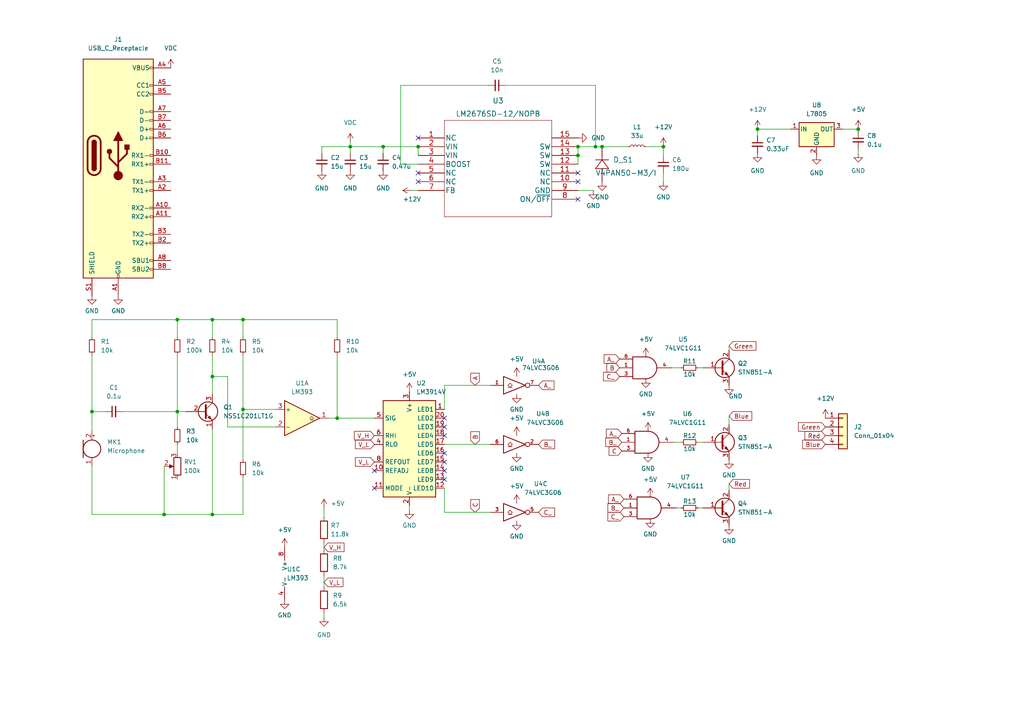
<source format=kicad_sch>
(kicad_sch (version 20211123) (generator eeschema)
  (paper "A4")
  (lib_symbols
    (symbol "74xGxx:74LVC1G11" (pin_names (offset 1.016))
      (property "Reference" "U" (at -2.54 5.08 0))
      (property "Value" "74LVC1G11" (at 0 -5.08 0))
      (symbol "74LVC1G11_0_1"
        (arc (start 0 -3.175) (mid 3.175 0) (end 0 3.175) (stroke (width 0.254)))
        (polyline (pts (xy 0 -3.175) (xy -3.81 -3.175) (xy -3.81 3.175) (xy 0 3.175)) (stroke (width 0.254)))
      )
      (symbol "74LVC1G11_1_1"
        (pin input line (at -7.62 0 0) (length 3.81) (name "~") (number "1"))
        (pin power_in line (at 0 -3.175 270) (length 0) hide (name "GND") (number "2"))
        (pin input line (at -7.62 -2.54 0) (length 3.81) (name "~") (number "3"))
        (pin output line (at 7.62 0 180) (length 4.445) (name "~") (number "4"))
        (pin power_in line (at 0 3.175 90) (length 0) hide (name "VCC") (number "5"))
        (pin input line (at -7.62 2.54 0) (length 3.81) (name "~") (number "6"))
      )
    )
    (symbol "74xGxx:74LVC3G06" (pin_names (offset 1.016))
      (property "Reference" "U" (at -2.54 3.81 0))
      (property "Value" "74LVC3G06" (at 0 -3.81 0))
      (symbol "74LVC3G06_0_1"
        (polyline (pts (xy -2.54 -0.635) (xy -1.27 -0.635)))
        (polyline (pts (xy -3.81 2.54) (xy -3.81 -2.54) (xy 2.54 0) (xy -3.81 2.54)) (stroke (width 0.254)))
        (polyline (pts (xy -1.905 0.635) (xy -2.54 0) (xy -1.905 -0.635) (xy -1.27 0) (xy -1.905 0.635)))
        (pin power_in line (at 0 -2.54 270) (length 0) hide (name "GND") (number "4"))
        (pin power_in line (at 0 2.54 90) (length 0) hide (name "VCC") (number "8"))
      )
      (symbol "74LVC3G06_1_1"
        (pin input line (at -7.62 0 0) (length 3.81) (name "~") (number "1"))
        (pin open_collector inverted (at 6.35 0 180) (length 3.81) (name "~") (number "7"))
      )
      (symbol "74LVC3G06_2_1"
        (pin open_collector inverted (at 6.35 0 180) (length 3.81) (name "~") (number "2"))
        (pin input line (at -7.62 0 0) (length 3.81) (name "~") (number "6"))
      )
      (symbol "74LVC3G06_3_1"
        (pin input line (at -7.62 0 0) (length 3.81) (name "~") (number "3"))
        (pin open_collector inverted (at 6.35 0 180) (length 3.81) (name "~") (number "5"))
      )
    )
    (symbol "Comparator:LM393" (pin_names (offset 0.127))
      (property "Reference" "U" (at 3.81 3.81 0))
      (property "Value" "LM393" (at 6.35 -3.81 0))
      (symbol "LM393_1_1"
        (polyline (pts (xy -5.08 5.08) (xy 5.08 0) (xy -5.08 -5.08) (xy -5.08 5.08)) (stroke (width 0.254)) (fill (type background)))
        (polyline (pts (xy 3.302 -0.508) (xy 2.794 -0.508) (xy 3.302 0) (xy 2.794 0.508) (xy 2.286 0) (xy 2.794 -0.508) (xy 2.286 -0.508)) (stroke (width 0.127)))
        (pin open_collector line (at 7.62 0 180) (length 2.54) (name "~") (number "1"))
        (pin input line (at -7.62 -2.54 0) (length 2.54) (name "-") (number "2"))
        (pin input line (at -7.62 2.54 0) (length 2.54) (name "+") (number "3"))
      )
      (symbol "LM393_2_1"
        (polyline (pts (xy -5.08 5.08) (xy 5.08 0) (xy -5.08 -5.08) (xy -5.08 5.08)) (stroke (width 0.254)) (fill (type background)))
        (polyline (pts (xy 3.302 -0.508) (xy 2.794 -0.508) (xy 3.302 0) (xy 2.794 0.508) (xy 2.286 0) (xy 2.794 -0.508) (xy 2.286 -0.508)) (stroke (width 0.127)))
        (pin input line (at -7.62 2.54 0) (length 2.54) (name "+") (number "5"))
        (pin input line (at -7.62 -2.54 0) (length 2.54) (name "_") (number "6"))
        (pin open_collector line (at 7.62 0 180) (length 2.54) (name "~") (number "7"))
      )
      (symbol "LM393_3_1"
        (pin power_in line (at -2.54 -7.62 90) (length 3.81) (name "V-") (number "4"))
        (pin power_in line (at -2.54 7.62 270) (length 3.81) (name "V+") (number "8"))
      )
    )
    (symbol "Connector:USB_C_Receptacle" (pin_names (offset 1.016))
      (property "Reference" "J" (at -10.16 29.21 0))
      (property "Value" "USB_C_Receptacle" (at 10.16 29.21 0))
      (symbol "USB_C_Receptacle_0_0"
        (rectangle (start -0.254 -35.56) (end 0.254 -34.544))
        (rectangle (start 10.16 -32.766) (end 9.144 -33.274))
        (rectangle (start 10.16 -30.226) (end 9.144 -30.734))
        (rectangle (start 10.16 -25.146) (end 9.144 -25.654))
        (rectangle (start 10.16 -22.606) (end 9.144 -23.114))
        (rectangle (start 10.16 -17.526) (end 9.144 -18.034))
        (rectangle (start 10.16 -14.986) (end 9.144 -15.494))
        (rectangle (start 10.16 -9.906) (end 9.144 -10.414))
        (rectangle (start 10.16 -7.366) (end 9.144 -7.874))
        (rectangle (start 10.16 -2.286) (end 9.144 -2.794))
        (rectangle (start 10.16 0.254) (end 9.144 -0.254))
        (rectangle (start 10.16 5.334) (end 9.144 4.826))
        (rectangle (start 10.16 7.874) (end 9.144 7.366))
        (rectangle (start 10.16 10.414) (end 9.144 9.906))
        (rectangle (start 10.16 12.954) (end 9.144 12.446))
        (rectangle (start 10.16 18.034) (end 9.144 17.526))
        (rectangle (start 10.16 20.574) (end 9.144 20.066))
        (rectangle (start 10.16 25.654) (end 9.144 25.146))
      )
      (symbol "USB_C_Receptacle_0_1"
        (rectangle (start -10.16 27.94) (end 10.16 -35.56) (stroke (width 0.254)) (fill (type background)))
        (arc (start -8.89 -3.81) (mid -6.985 -5.715) (end -5.08 -3.81) (stroke (width 0.508)))
        (arc (start -7.62 -3.81) (mid -6.985 -4.445) (end -6.35 -3.81) (stroke (width 0.254)))
        (arc (start -7.62 -3.81) (mid -6.985 -4.445) (end -6.35 -3.81) (stroke (width 0.254)) (fill (type outline)))
        (rectangle (start -7.62 -3.81) (end -6.35 3.81) (stroke (width 0.254)) (fill (type outline)))
        (arc (start -6.35 3.81) (mid -6.985 4.445) (end -7.62 3.81) (stroke (width 0.254)))
        (arc (start -6.35 3.81) (mid -6.985 4.445) (end -7.62 3.81) (stroke (width 0.254)) (fill (type outline)))
        (arc (start -5.08 3.81) (mid -6.985 5.715) (end -8.89 3.81) (stroke (width 0.508)))
        (polyline (pts (xy -8.89 -3.81) (xy -8.89 3.81)) (stroke (width 0.508)))
        (polyline (pts (xy -5.08 3.81) (xy -5.08 -3.81)) (stroke (width 0.508)))
      )
      (symbol "USB_C_Receptacle_1_1"
        (circle (center -2.54 1.143) (radius 0.635) (stroke (width 0.254)) (fill (type outline)))
        (circle (center 0 -5.842) (radius 1.27) (fill (type outline)))
        (polyline (pts (xy 0 -5.842) (xy 0 4.318)) (stroke (width 0.508)))
        (polyline (pts (xy 0 -3.302) (xy -2.54 -0.762) (xy -2.54 0.508)) (stroke (width 0.508)))
        (polyline (pts (xy 0 -2.032) (xy 2.54 0.508) (xy 2.54 1.778)) (stroke (width 0.508)))
        (polyline (pts (xy -1.27 4.318) (xy 0 6.858) (xy 1.27 4.318) (xy -1.27 4.318)) (stroke (width 0.254)) (fill (type outline)))
        (rectangle (start 1.905 1.778) (end 3.175 3.048) (stroke (width 0.254)) (fill (type outline)))
        (pin passive line (at 0 -40.64 90) (length 5.08) (name "GND") (number "A1"))
        (pin bidirectional line (at 15.24 -15.24 180) (length 5.08) (name "RX2-") (number "A10"))
        (pin bidirectional line (at 15.24 -17.78 180) (length 5.08) (name "RX2+") (number "A11"))
        (pin passive line (at 0 -40.64 90) (length 5.08) hide (name "GND") (number "A12"))
        (pin bidirectional line (at 15.24 -10.16 180) (length 5.08) (name "TX1+") (number "A2"))
        (pin bidirectional line (at 15.24 -7.62 180) (length 5.08) (name "TX1-") (number "A3"))
        (pin passive line (at 15.24 25.4 180) (length 5.08) (name "VBUS") (number "A4"))
        (pin bidirectional line (at 15.24 20.32 180) (length 5.08) (name "CC1") (number "A5"))
        (pin bidirectional line (at 15.24 7.62 180) (length 5.08) (name "D+") (number "A6"))
        (pin bidirectional line (at 15.24 12.7 180) (length 5.08) (name "D-") (number "A7"))
        (pin bidirectional line (at 15.24 -30.48 180) (length 5.08) (name "SBU1") (number "A8"))
        (pin passive line (at 15.24 25.4 180) (length 5.08) hide (name "VBUS") (number "A9"))
        (pin passive line (at 0 -40.64 90) (length 5.08) hide (name "GND") (number "B1"))
        (pin bidirectional line (at 15.24 0 180) (length 5.08) (name "RX1-") (number "B10"))
        (pin bidirectional line (at 15.24 -2.54 180) (length 5.08) (name "RX1+") (number "B11"))
        (pin passive line (at 0 -40.64 90) (length 5.08) hide (name "GND") (number "B12"))
        (pin bidirectional line (at 15.24 -25.4 180) (length 5.08) (name "TX2+") (number "B2"))
        (pin bidirectional line (at 15.24 -22.86 180) (length 5.08) (name "TX2-") (number "B3"))
        (pin passive line (at 15.24 25.4 180) (length 5.08) hide (name "VBUS") (number "B4"))
        (pin bidirectional line (at 15.24 17.78 180) (length 5.08) (name "CC2") (number "B5"))
        (pin bidirectional line (at 15.24 5.08 180) (length 5.08) (name "D+") (number "B6"))
        (pin bidirectional line (at 15.24 10.16 180) (length 5.08) (name "D-") (number "B7"))
        (pin bidirectional line (at 15.24 -33.02 180) (length 5.08) (name "SBU2") (number "B8"))
        (pin passive line (at 15.24 25.4 180) (length 5.08) hide (name "VBUS") (number "B9"))
        (pin passive line (at -7.62 -40.64 90) (length 5.08) (name "SHIELD") (number "S1"))
      )
    )
    (symbol "Connector_Generic:Conn_01x04" (pin_names (offset 1.016) hide)
      (property "Reference" "J" (at 0 5.08 0))
      (property "Value" "Conn_01x04" (at 0 -7.62 0))
      (symbol "Conn_01x04_1_1"
        (rectangle (start -1.27 -4.953) (end 0 -5.207) (stroke (width 0.1524)))
        (rectangle (start -1.27 -2.413) (end 0 -2.667) (stroke (width 0.1524)))
        (rectangle (start -1.27 0.127) (end 0 -0.127) (stroke (width 0.1524)))
        (rectangle (start -1.27 2.667) (end 0 2.413) (stroke (width 0.1524)))
        (rectangle (start -1.27 3.81) (end 1.27 -6.35) (stroke (width 0.254)) (fill (type background)))
        (pin passive line (at -5.08 2.54 0) (length 3.81) (name "Pin_1") (number "1"))
        (pin passive line (at -5.08 0 0) (length 3.81) (name "Pin_2") (number "2"))
        (pin passive line (at -5.08 -2.54 0) (length 3.81) (name "Pin_3") (number "3"))
        (pin passive line (at -5.08 -5.08 0) (length 3.81) (name "Pin_4") (number "4"))
      )
    )
    (symbol "Device:C_Small" (pin_numbers hide) (pin_names (offset 0.254) hide)
      (property "Reference" "C" (at 0.254 1.778 0))
      (property "Value" "C_Small" (at 0.254 -2.032 0))
      (symbol "C_Small_0_1"
        (polyline (pts (xy -1.524 -0.508) (xy 1.524 -0.508)) (stroke (width 0.3302)))
        (polyline (pts (xy -1.524 0.508) (xy 1.524 0.508)) (stroke (width 0.3048)))
      )
      (symbol "C_Small_1_1"
        (pin passive line (at 0 2.54 270) (length 2.032) (name "~") (number "1"))
        (pin passive line (at 0 -2.54 90) (length 2.032) (name "~") (number "2"))
      )
    )
    (symbol "Device:L_Small" (pin_numbers hide) (pin_names (offset 0.254) hide)
      (property "Reference" "L" (at 0.762 1.016 0))
      (property "Value" "L_Small" (at 0.762 -1.016 0))
      (symbol "L_Small_0_1"
        (arc (start 0 -2.032) (mid 0.508 -1.524) (end 0 -1.016))
        (arc (start 0 -1.016) (mid 0.508 -0.508) (end 0 0))
        (arc (start 0 0) (mid 0.508 0.508) (end 0 1.016))
        (arc (start 0 1.016) (mid 0.508 1.524) (end 0 2.032))
      )
      (symbol "L_Small_1_1"
        (pin passive line (at 0 2.54 270) (length 0.508) (name "~") (number "1"))
        (pin passive line (at 0 -2.54 90) (length 0.508) (name "~") (number "2"))
      )
    )
    (symbol "Device:Microphone" (pin_names (offset 0.0254) hide)
      (property "Reference" "MK" (at -3.81 1.27 0))
      (property "Value" "Microphone" (at -3.81 -0.635 0))
      (symbol "Microphone_0_1"
        (polyline (pts (xy -2.54 2.54) (xy -2.54 -2.54)) (stroke (width 0.254)))
        (polyline (pts (xy 0.254 3.81) (xy 0.762 3.81)))
        (polyline (pts (xy 0.508 4.064) (xy 0.508 3.556)))
        (circle (center 0 0) (radius 2.54) (stroke (width 0.254)))
      )
      (symbol "Microphone_1_1"
        (pin passive line (at 0 -5.08 90) (length 2.54) (name "-") (number "1"))
        (pin passive line (at 0 5.08 270) (length 2.54) (name "+") (number "2"))
      )
    )
    (symbol "Device:Q_NPN_BCE" (pin_names (offset 0) hide)
      (property "Reference" "Q4" (at 5.08 1.2701 0))
      (property "Value" "STN851-A" (at 5.08 -1.2699 0))
      (symbol "Q_NPN_BCE_0_1"
        (polyline (pts (xy 0.635 0.635) (xy 2.54 2.54)))
        (polyline (pts (xy 0.635 -0.635) (xy 2.54 -2.54) (xy 2.54 -2.54)))
        (polyline (pts (xy 0.635 1.905) (xy 0.635 -1.905) (xy 0.635 -1.905)) (stroke (width 0.508)))
        (polyline (pts (xy 1.27 -1.778) (xy 1.778 -1.27) (xy 2.286 -2.286) (xy 1.27 -1.778) (xy 1.27 -1.778)) (fill (type outline)))
        (circle (center 1.27 0) (radius 2.8194) (stroke (width 0.254)))
      )
      (symbol "Q_NPN_BCE_1_1"
        (pin input line (at -5.08 0 0) (length 5.715) (name "B") (number "1"))
        (pin passive line (at 2.54 5.08 270) (length 2.54) (name "C") (number "2"))
        (pin passive line (at 2.54 -5.08 90) (length 2.54) (name "E") (number "3"))
        (pin passive line (at 2.54 5.08 270) (length 2.54) hide (name "") (number "4"))
      )
    )
    (symbol "Device:Q_NPN_EBC" (pin_names (offset 0) hide)
      (property "Reference" "Q" (at 5.08 1.27 0))
      (property "Value" "Q_NPN_EBC" (at 5.08 -1.27 0))
      (symbol "Q_NPN_EBC_0_1"
        (polyline (pts (xy 0.635 0.635) (xy 2.54 2.54)))
        (polyline (pts (xy 0.635 -0.635) (xy 2.54 -2.54) (xy 2.54 -2.54)))
        (polyline (pts (xy 0.635 1.905) (xy 0.635 -1.905) (xy 0.635 -1.905)) (stroke (width 0.508)))
        (polyline (pts (xy 1.27 -1.778) (xy 1.778 -1.27) (xy 2.286 -2.286) (xy 1.27 -1.778) (xy 1.27 -1.778)) (fill (type outline)))
        (circle (center 1.27 0) (radius 2.8194) (stroke (width 0.254)))
      )
      (symbol "Q_NPN_EBC_1_1"
        (pin passive line (at 2.54 -5.08 90) (length 2.54) (name "E") (number "1"))
        (pin passive line (at -5.08 0 0) (length 5.715) (name "B") (number "2"))
        (pin passive line (at 2.54 5.08 270) (length 2.54) (name "C") (number "3"))
      )
    )
    (symbol "Device:R" (pin_numbers hide) (pin_names (offset 0))
      (property "Reference" "R" (at 2.032 0 90))
      (property "Value" "R" (at 0 0 90))
      (symbol "R_0_1"
        (rectangle (start -1.016 -2.54) (end 1.016 2.54) (stroke (width 0.254)))
      )
      (symbol "R_1_1"
        (pin passive line (at 0 3.81 270) (length 1.27) (name "~") (number "1"))
        (pin passive line (at 0 -3.81 90) (length 1.27) (name "~") (number "2"))
      )
    )
    (symbol "Device:R_Potentiometer" (pin_names (offset 1.016) hide)
      (property "Reference" "RV" (at -4.445 0 90))
      (property "Value" "R_Potentiometer" (at -2.54 0 90))
      (symbol "R_Potentiometer_0_1"
        (polyline (pts (xy 2.54 0) (xy 1.524 0)))
        (polyline (pts (xy 1.143 0) (xy 2.286 0.508) (xy 2.286 -0.508) (xy 1.143 0)) (fill (type outline)))
        (rectangle (start 1.016 2.54) (end -1.016 -2.54) (stroke (width 0.254)))
      )
      (symbol "R_Potentiometer_1_1"
        (pin passive line (at 0 3.81 270) (length 1.27) (name "1") (number "1"))
        (pin passive line (at 3.81 0 180) (length 1.27) (name "2") (number "2"))
        (pin passive line (at 0 -3.81 90) (length 1.27) (name "3") (number "3"))
      )
    )
    (symbol "Device:R_Small" (pin_numbers hide) (pin_names (offset 0.254) hide)
      (property "Reference" "R" (at 0.762 0.508 0))
      (property "Value" "R_Small" (at 0.762 -1.016 0))
      (symbol "R_Small_0_1"
        (rectangle (start -0.762 1.778) (end 0.762 -1.778) (stroke (width 0.2032)))
      )
      (symbol "R_Small_1_1"
        (pin passive line (at 0 2.54 270) (length 0.762) (name "~") (number "1"))
        (pin passive line (at 0 -2.54 90) (length 0.762) (name "~") (number "2"))
      )
    )
    (symbol "Diode:V4PAN50-M3{brace}slash}I" (pin_numbers hide) (pin_names (offset -1.651) hide)
      (property "Reference" "CR" (at 5.08 4.445 0))
      (property "Value" "V4PAN50-M3{brace}slash}I" (at 5.08 -7.62 0))
      (symbol "V4PAN50-M3{brace}slash}I_1_1"
        (polyline (pts (xy 2.54 0) (xy 3.4798 0)) (stroke (width 0.2032)))
        (polyline (pts (xy 3.175 0) (xy 3.81 0)) (stroke (width 0.2032)))
        (polyline (pts (xy 3.81 -1.905) (xy 6.35 0)) (stroke (width 0.2032)))
        (polyline (pts (xy 3.81 1.905) (xy 3.81 -1.905)) (stroke (width 0.2032)))
        (polyline (pts (xy 6.35 -1.905) (xy 6.35 1.905)) (stroke (width 0.2032)))
        (polyline (pts (xy 6.35 0) (xy 3.81 1.905)) (stroke (width 0.2032)))
        (polyline (pts (xy 6.35 0) (xy 7.62 0)) (stroke (width 0.2032)))
        (pin unspecified line (at 10.16 0 180) (length 2.54) (name "1") (number "1"))
        (pin unspecified line (at 0 0 0) (length 2.54) (name "2") (number "2"))
      )
    )
    (symbol "Driver_LED:LM3914V"
      (property "Reference" "U" (at -6.35 13.97 0))
      (property "Value" "LM3914V" (at 5.08 13.97 0))
      (symbol "LM3914V_0_1"
        (rectangle (start -7.62 12.7) (end 7.62 -15.24) (stroke (width 0.254)) (fill (type background)))
      )
      (symbol "LM3914V_1_1"
        (pin open_collector line (at 10.16 10.16 180) (length 2.54) (name "LED1") (number "1"))
        (pin input line (at -10.16 -7.62 0) (length 2.54) (name "REFADJ") (number "10"))
        (pin input line (at -10.16 -12.7 0) (length 2.54) (name "MODE") (number "11"))
        (pin open_collector line (at 10.16 -12.7 180) (length 2.54) (name "LED10") (number "12"))
        (pin open_collector line (at 10.16 -10.16 180) (length 2.54) (name "LED9") (number "13"))
        (pin open_collector line (at 10.16 -7.62 180) (length 2.54) (name "LED8") (number "14"))
        (pin open_collector line (at 10.16 -5.08 180) (length 2.54) (name "LED7") (number "15"))
        (pin open_collector line (at 10.16 -2.54 180) (length 2.54) (name "LED6") (number "16"))
        (pin open_collector line (at 10.16 0 180) (length 2.54) (name "LED5") (number "17"))
        (pin open_collector line (at 10.16 2.54 180) (length 2.54) (name "LED4") (number "18"))
        (pin open_collector line (at 10.16 5.08 180) (length 2.54) (name "LED3") (number "19"))
        (pin power_in line (at 0 -17.78 90) (length 2.54) (name "V-") (number "2"))
        (pin open_collector line (at 10.16 7.62 180) (length 2.54) (name "LED2") (number "20"))
        (pin power_in line (at 0 15.24 270) (length 2.54) (name "V+") (number "3"))
        (pin input line (at -10.16 0 0) (length 2.54) (name "RLO") (number "4"))
        (pin input line (at -10.16 7.62 0) (length 2.54) (name "SIG") (number "5"))
        (pin input line (at -10.16 2.54 0) (length 2.54) (name "RHI") (number "6"))
        (pin no_connect line (at -7.62 5.08 0) (length 2.54) hide (name "NC") (number "7"))
        (pin output line (at -10.16 -5.08 0) (length 2.54) (name "REFOUT") (number "8"))
        (pin no_connect line (at -7.62 -2.54 0) (length 2.54) hide (name "NC") (number "9"))
      )
    )
    (symbol "Regulator_Linear:L7805" (pin_names (offset 0.254))
      (property "Reference" "U" (at -3.81 3.175 0))
      (property "Value" "L7805" (at 0 3.175 0))
      (symbol "L7805_0_1"
        (rectangle (start -5.08 1.905) (end 5.08 -5.08) (stroke (width 0.254)) (fill (type background)))
      )
      (symbol "L7805_1_1"
        (pin power_in line (at -7.62 0 0) (length 2.54) (name "IN") (number "1"))
        (pin power_in line (at 0 -7.62 90) (length 2.54) (name "GND") (number "2"))
        (pin power_out line (at 7.62 0 180) (length 2.54) (name "OUT") (number "3"))
      )
    )
    (symbol "Regulator_Switching:LM2676SD-12{brace}slash}NOPB" (pin_names (offset 0.254))
      (property "Reference" "U" (at 21.59 10.795 0))
      (property "Value" "LM2676SD-12{brace}slash}NOPB" (at 20.955 7.62 0))
      (symbol "LM2676SD-12{brace}slash}NOPB_1_1"
        (polyline (pts (xy 7.62 -22.86) (xy 38.735 -22.86)) (stroke (width 0.127)))
        (polyline (pts (xy 7.62 5.08) (xy 7.62 -22.86)) (stroke (width 0.127)))
        (polyline (pts (xy 38.735 -22.86) (xy 38.735 5.08)) (stroke (width 0.127)))
        (polyline (pts (xy 38.735 5.08) (xy 7.62 5.08)) (stroke (width 0.127)))
        (pin passive line (at 0 0 0) (length 7.62) (name "NC") (number "1"))
        (pin passive line (at 46.355 -12.7 180) (length 7.62) (name "NC") (number "10"))
        (pin passive line (at 46.355 -10.16 180) (length 7.62) (name "NC") (number "11"))
        (pin output line (at 46.355 -7.62 180) (length 7.62) (name "SW") (number "12"))
        (pin output line (at 46.355 -5.08 180) (length 7.62) (name "SW") (number "13"))
        (pin output line (at 46.355 -2.54 180) (length 7.62) (name "SW") (number "14"))
        (pin unspecified line (at 46.355 0 180) (length 7.62) (name "~") (number "15"))
        (pin input line (at 0 -2.54 0) (length 7.62) (name "VIN") (number "2"))
        (pin input line (at 0 -5.08 0) (length 7.62) (name "VIN") (number "3"))
        (pin passive line (at 0 -7.62 0) (length 7.62) (name "BOOST") (number "4"))
        (pin passive line (at 0 -10.16 0) (length 7.62) (name "NC") (number "5"))
        (pin passive line (at 0 -12.7 0) (length 7.62) (name "NC") (number "6"))
        (pin passive line (at 0 -15.24 0) (length 7.62) (name "FB") (number "7"))
        (pin passive line (at 46.355 -17.78 180) (length 7.62) (name "ON/~{OFF}") (number "8"))
        (pin passive line (at 46.355 -15.24 180) (length 7.62) (name "GND") (number "9"))
      )
    )
    (symbol "power:+12V" (power) (pin_names (offset 0))
      (property "Value" "+12V" (at 0 3.556 0))
      (symbol "+12V_0_1"
        (polyline (pts (xy -0.762 1.27) (xy 0 2.54)))
        (polyline (pts (xy 0 0) (xy 0 2.54)))
        (polyline (pts (xy 0 2.54) (xy 0.762 1.27)))
      )
      (symbol "+12V_1_1"
        (pin power_in line (at 0 0 90) (length 0) hide (name "+12V") (number "1"))
      )
    )
    (symbol "power:+5V" (power) (pin_names (offset 0))
      (property "Value" "+5V" (at 0 3.556 0))
      (symbol "+5V_0_1"
        (polyline (pts (xy -0.762 1.27) (xy 0 2.54)))
        (polyline (pts (xy 0 0) (xy 0 2.54)))
        (polyline (pts (xy 0 2.54) (xy 0.762 1.27)))
      )
      (symbol "+5V_1_1"
        (pin power_in line (at 0 0 90) (length 0) hide (name "+5V") (number "1"))
      )
    )
    (symbol "power:GND" (power) (pin_names (offset 0))
      (property "Value" "GND" (at 0 -3.81 0))
      (symbol "GND_0_1"
        (polyline (pts (xy 0 0) (xy 0 -1.27) (xy 1.27 -1.27) (xy 0 -2.54) (xy -1.27 -1.27) (xy 0 -1.27)))
      )
      (symbol "GND_1_1"
        (pin power_in line (at 0 0 270) (length 0) hide (name "GND") (number "1"))
      )
    )
    (symbol "power:VDC" (power) (pin_names (offset 0))
      (property "Value" "VDC" (at 0 6.35 0))
      (symbol "VDC_0_1"
        (polyline (pts (xy -0.762 1.27) (xy 0 2.54)))
        (polyline (pts (xy 0 0) (xy 0 2.54)))
        (polyline (pts (xy 0 2.54) (xy 0.762 1.27)))
      )
      (symbol "VDC_1_1"
        (pin power_in line (at 0 0 90) (length 0) hide (name "VDC") (number "1"))
      )
    )
  )
  (junction (at 26.67 119.38))
  (junction (at 167.64 42.545))
  (junction (at 101.6 42.545))
  (junction (at 111.125 42.545))
  (junction (at 167.64 45.085))
  (junction (at 70.485 118.745))
  (junction (at 172.72 42.545))
  (junction (at 51.435 119.38))
  (junction (at 174.625 42.545))
  (junction (at 51.435 92.71))
  (junction (at 192.405 42.545))
  (junction (at 121.285 42.545))
  (junction (at 219.71 37.465))
  (junction (at 61.595 149.225))
  (junction (at 61.595 92.71))
  (junction (at 47.625 149.225))
  (junction (at 248.92 37.465))
  (junction (at 61.595 109.22))
  (junction (at 70.485 92.71))
  (junction (at 97.79 121.285))
  (no_connect (at 167.64 57.785))
  (no_connect (at 128.905 131.445))
  (no_connect (at 128.905 136.525))
  (no_connect (at 128.905 139.065))
  (no_connect (at 128.905 121.285))
  (no_connect (at 128.905 123.825))
  (no_connect (at 128.905 126.365))
  (no_connect (at 128.905 133.985))
  (no_connect (at 108.585 141.605))
  (no_connect (at 108.585 136.525))
  (no_connect (at 167.64 52.705))
  (no_connect (at 167.64 50.165))
  (no_connect (at 121.285 50.165))
  (no_connect (at 121.285 52.705))
  (no_connect (at 121.285 40.005))
  (wire (pts (xy 66.04 123.825) (xy 80.01 123.825)))
  (wire (pts (xy 26.67 149.225) (xy 47.625 149.225)))
  (wire (pts (xy 101.6 44.45) (xy 101.6 42.545)))
  (wire (pts (xy 116.205 47.625) (xy 116.205 24.765)))
  (wire (pts (xy 26.67 119.38) (xy 30.48 119.38)))
  (wire (pts (xy 61.595 92.71) (xy 70.485 92.71)))
  (wire (pts (xy 248.92 43.18) (xy 248.92 44.45)))
  (wire (pts (xy 211.455 120.65) (xy 211.455 123.19)))
  (wire (pts (xy 187.325 42.545) (xy 192.405 42.545)))
  (wire (pts (xy 51.435 92.71) (xy 61.595 92.71)))
  (wire (pts (xy 51.435 102.87) (xy 51.435 119.38)))
  (wire (pts (xy 172.72 42.545) (xy 174.625 42.545)))
  (wire (pts (xy 97.79 102.87) (xy 97.79 121.285)))
  (wire (pts (xy 116.205 24.765) (xy 141.605 24.765)))
  (wire (pts (xy 70.485 92.71) (xy 97.79 92.71)))
  (wire (pts (xy 51.435 97.79) (xy 51.435 92.71)))
  (wire (pts (xy 70.485 102.87) (xy 70.485 118.745)))
  (wire (pts (xy 47.625 149.225) (xy 61.595 149.225)))
  (wire (pts (xy 70.485 149.225) (xy 70.485 138.43)))
  (wire (pts (xy 128.905 111.76) (xy 142.24 111.76)))
  (wire (pts (xy 61.595 149.225) (xy 70.485 149.225)))
  (wire (pts (xy 26.67 102.87) (xy 26.67 119.38)))
  (wire (pts (xy 146.685 24.765) (xy 172.72 24.765)))
  (wire (pts (xy 219.71 37.465) (xy 219.71 39.37)))
  (wire (pts (xy 61.595 102.87) (xy 61.595 109.22)))
  (wire (pts (xy 111.125 44.45) (xy 111.125 42.545)))
  (wire (pts (xy 101.6 42.545) (xy 93.345 42.545)))
  (wire (pts (xy 248.92 37.465) (xy 248.92 38.1)))
  (wire (pts (xy 93.345 42.545) (xy 93.345 44.45)))
  (wire (pts (xy 202.565 128.27) (xy 203.835 128.27)))
  (wire (pts (xy 128.905 141.605) (xy 128.905 148.59)))
  (wire (pts (xy 196.215 147.32) (xy 197.485 147.32)))
  (wire (pts (xy 167.64 45.085) (xy 167.64 47.625)))
  (wire (pts (xy 219.71 37.465) (xy 229.235 37.465)))
  (wire (pts (xy 80.01 118.745) (xy 70.485 118.745)))
  (wire (pts (xy 194.945 106.68) (xy 197.485 106.68)))
  (wire (pts (xy 119.38 55.245) (xy 121.285 55.245)))
  (wire (pts (xy 244.475 37.465) (xy 248.92 37.465)))
  (wire (pts (xy 26.67 97.79) (xy 26.67 92.71)))
  (wire (pts (xy 174.625 42.545) (xy 182.245 42.545)))
  (wire (pts (xy 35.56 119.38) (xy 51.435 119.38)))
  (wire (pts (xy 195.58 128.27) (xy 197.485 128.27)))
  (wire (pts (xy 97.79 92.71) (xy 97.79 97.79)))
  (wire (pts (xy 51.435 128.905) (xy 51.435 131.445)))
  (wire (pts (xy 51.435 119.38) (xy 51.435 123.825)))
  (wire (pts (xy 70.485 97.79) (xy 70.485 92.71)))
  (wire (pts (xy 128.905 111.76) (xy 128.905 118.745)))
  (wire (pts (xy 211.455 140.335) (xy 211.455 142.24)))
  (wire (pts (xy 47.625 135.255) (xy 47.625 149.225)))
  (wire (pts (xy 172.72 42.545) (xy 167.64 42.545)))
  (wire (pts (xy 101.6 42.545) (xy 111.125 42.545)))
  (wire (pts (xy 128.905 148.59) (xy 142.24 148.59)))
  (wire (pts (xy 97.79 121.285) (xy 108.585 121.285)))
  (wire (pts (xy 172.72 24.765) (xy 172.72 42.545)))
  (wire (pts (xy 70.485 118.745) (xy 70.485 133.35)))
  (wire (pts (xy 192.405 50.165) (xy 192.405 52.705)))
  (wire (pts (xy 128.905 128.905) (xy 142.24 128.905)))
  (wire (pts (xy 93.98 177.8) (xy 93.98 179.07)))
  (wire (pts (xy 101.6 42.545) (xy 101.6 41.275)))
  (wire (pts (xy 111.125 42.545) (xy 121.285 42.545)))
  (wire (pts (xy 93.98 157.48) (xy 93.98 159.385)))
  (wire (pts (xy 61.595 97.79) (xy 61.595 92.71)))
  (wire (pts (xy 61.595 109.22) (xy 61.595 114.3)))
  (wire (pts (xy 121.285 42.545) (xy 121.285 45.085)))
  (wire (pts (xy 93.98 167.005) (xy 93.98 170.18)))
  (wire (pts (xy 121.285 47.625) (xy 116.205 47.625)))
  (wire (pts (xy 66.04 109.22) (xy 66.04 123.825)))
  (wire (pts (xy 118.745 147.955) (xy 118.745 146.685)))
  (wire (pts (xy 167.64 55.245) (xy 172.085 55.245)))
  (wire (pts (xy 211.455 100.33) (xy 211.455 101.6)))
  (wire (pts (xy 202.565 147.32) (xy 203.835 147.32)))
  (wire (pts (xy 202.565 106.68) (xy 203.835 106.68)))
  (wire (pts (xy 167.64 42.545) (xy 167.64 45.085)))
  (wire (pts (xy 192.405 42.545) (xy 192.405 45.085)))
  (wire (pts (xy 26.67 125.095) (xy 26.67 119.38)))
  (wire (pts (xy 61.595 124.46) (xy 61.595 149.225)))
  (wire (pts (xy 93.98 147.32) (xy 93.98 149.86)))
  (wire (pts (xy 51.435 119.38) (xy 53.975 119.38)))
  (wire (pts (xy 97.79 121.285) (xy 95.25 121.285)))
  (wire (pts (xy 61.595 109.22) (xy 66.04 109.22)))
  (wire (pts (xy 26.67 135.255) (xy 26.67 149.225)))
  (wire (pts (xy 26.67 92.71) (xy 51.435 92.71)))
  (global_label "Blue" (shape input) (at 239.395 128.905 180) (property "Intersheet References" "${INTERSHEET_REFS}" (effects hide)))
  (global_label "Red" (shape input) (at 239.395 126.365 180) (property "Intersheet References" "${INTERSHEET_REFS}" (effects hide)))
  (global_label "A_" (shape input) (at 180.975 144.78 180) (property "Intersheet References" "${INTERSHEET_REFS}" (effects hide)))
  (global_label "C_" (shape input) (at 180.975 149.86 180) (property "Intersheet References" "${INTERSHEET_REFS}" (effects hide)))
  (global_label "B_" (shape input) (at 180.34 128.27 180) (property "Intersheet References" "${INTERSHEET_REFS}" (effects hide)))
  (global_label "Green" (shape input) (at 239.395 123.825 180) (property "Intersheet References" "${INTERSHEET_REFS}" (effects hide)))
  (global_label "C" (shape input) (at 180.34 130.81 180) (property "Intersheet References" "${INTERSHEET_REFS}" (effects hide)))
  (global_label "V_L" (shape input) (at 108.585 128.905 180) (property "Intersheet References" "${INTERSHEET_REFS}" (effects hide)))
  (global_label "B" (shape input) (at 179.705 106.68 180) (property "Intersheet References" "${INTERSHEET_REFS}" (effects hide)))
  (global_label "V_L" (shape input) (at 108.585 133.985 180) (property "Intersheet References" "${INTERSHEET_REFS}" (effects hide)))
  (global_label "Green" (shape input) (at 211.455 100.33 0) (property "Intersheet References" "${INTERSHEET_REFS}" (effects hide)))
  (global_label "C_" (shape input) (at 179.705 109.22 180) (property "Intersheet References" "${INTERSHEET_REFS}" (effects hide)))
  (global_label "V_L" (shape input) (at 93.98 168.91 0) (property "Intersheet References" "${INTERSHEET_REFS}" (effects hide)))
  (global_label "A_" (shape input) (at 180.34 125.73 180) (property "Intersheet References" "${INTERSHEET_REFS}" (effects hide)))
  (global_label "B" (shape input) (at 137.795 128.905 90) (property "Intersheet References" "${INTERSHEET_REFS}" (effects hide)))
  (global_label "V_H" (shape input) (at 108.585 126.365 180) (property "Intersheet References" "${INTERSHEET_REFS}" (effects hide)))
  (global_label "C" (shape input) (at 137.795 148.59 90) (property "Intersheet References" "${INTERSHEET_REFS}" (effects hide)))
  (global_label "B_" (shape input) (at 156.21 128.905 0) (property "Intersheet References" "${INTERSHEET_REFS}" (effects hide)))
  (global_label "V_H" (shape input) (at 93.98 158.75 0) (property "Intersheet References" "${INTERSHEET_REFS}" (effects hide)))
  (global_label "Blue" (shape input) (at 211.455 120.65 0) (property "Intersheet References" "${INTERSHEET_REFS}" (effects hide)))
  (global_label "A_" (shape input) (at 179.705 104.14 180) (property "Intersheet References" "${INTERSHEET_REFS}" (effects hide)))
  (global_label "Red" (shape input) (at 211.455 140.335 0) (property "Intersheet References" "${INTERSHEET_REFS}" (effects hide)))
  (global_label "A" (shape input) (at 137.795 111.76 90) (property "Intersheet References" "${INTERSHEET_REFS}" (effects hide)))
  (global_label "C_" (shape input) (at 156.21 148.59 0) (property "Intersheet References" "${INTERSHEET_REFS}" (effects hide)))
  (global_label "B_" (shape input) (at 180.975 147.32 180) (property "Intersheet References" "${INTERSHEET_REFS}" (effects hide)))
  (global_label "A_" (shape input) (at 156.21 111.76 0) (property "Intersheet References" "${INTERSHEET_REFS}" (effects hide)))
  (symbol (lib_id "power:GND") (at 26.67 85.725 0) (unit 1)
    (property "Reference" "#PWR01" (effects hide))
    (property "Value" "GND" (at 26.67 90.17 0))
  )
  (symbol (lib_id "power:GND") (at 34.29 85.725 0) (unit 1)
    (property "Reference" "#PWR02" (effects hide))
    (property "Value" "GND" (at 34.29 90.17 0))
  )
  (symbol (lib_id "power:GND") (at 149.86 131.445 0) (unit 1)
    (property "Reference" "#PWR018" (effects hide))
    (property "Value" "GND" (at 149.86 135.89 0))
  )
  (symbol (lib_id "Device:C_Small") (at 33.02 119.38 90) (unit 1)
    (property "Reference" "C1" (at 33.0263 112.395 90))
    (property "Value" "0.1u" (at 33.0263 114.935 90))
    (property "Footprint" "Capacitor_SMD:C_0402_1005Metric" (effects hide))
    (property "Manufacturer" "TDK Corporation" (effects hide))
    (property "Manufacturer Part No." "CGA2B2X5R1A104K050BA" (effects hide))
    (property "Supplier" "Digikey" (effects hide))
    (property "Supplier Part No." "445-12156-1-ND" (effects hide))
  )
  (symbol (lib_id "Device:L_Small") (at 184.785 42.545 90) (unit 1)
    (property "Reference" "L1" (at 184.785 36.83 90))
    (property "Value" "33u" (at 184.785 39.37 90))
    (property "Footprint" "Inductor_SMD:L_0805_2012Metric" (effects hide))
    (property "Manufacturer" "Murata Electronics" (effects hide))
    (property "Manufacturer Part No." "LQM21DN330M70L" (effects hide))
  )
  (symbol (lib_id "Device:R_Small") (at 97.79 100.33 0) (unit 1)
    (property "Reference" "R10" (at 100.33 99.0599 0) (effects (justify left)))
    (property "Value" "10k" (at 100.33 101.5999 0) (effects (justify left)))
    (property "Footprint" "Resistor_SMD:R_0603_1608Metric" (effects hide))
    (property "Manufacturer" "Stackpole Electronics Inc" (effects hide))
    (property "Manufacturer Part No." "RNCP0603FTD10K0" (effects hide))
    (property "Supplier" "Digikey" (effects hide))
    (property "Supplier Part No." "RNCP0603FTD10K0CT-ND" (effects hide))
  )
  (symbol (lib_id "power:GND") (at 167.64 40.005 90) (unit 1)
    (property "Reference" "#PWR0101" (effects hide))
    (property "Value" "GND" (at 171.45 40.0049 90) (effects (justify right)))
  )
  (symbol (lib_id "power:+5V") (at 149.86 109.22 0) (unit 1)
    (property "Reference" "#PWR015" (effects hide))
    (property "Value" "+5V" (at 149.86 104.14 0))
  )
  (symbol (lib_id "power:GND") (at 236.855 45.085 0) (unit 1)
    (property "Reference" "#PWR036" (effects hide))
    (property "Value" "GND" (at 236.855 50.165 0))
  )
  (symbol (lib_id "power:GND") (at 219.71 44.45 0) (unit 1)
    (property "Reference" "#PWR035" (effects hide))
    (property "Value" "GND" (at 219.71 49.53 0))
  )
  (symbol (lib_id "Device:R") (at 93.98 173.99 0) (unit 1)
    (property "Reference" "R9" (at 96.52 172.7199 0) (effects (justify left)))
    (property "Value" "6.5k" (at 96.52 175.2599 0) (effects (justify left)))
    (property "Footprint" "Resistor_SMD:R_0603_1608Metric" (effects hide))
    (property "Manufacturer" "Stackpole Electronics Inc" (effects hide))
    (property "Manufacturer Part No." "RNCP0603FTD6K49" (effects hide))
    (property "Supplier" "Digikey" (effects hide))
    (property "Supplier Part No." "RNCP0603FTD6K49CT-ND" (effects hide))
  )
  (symbol (lib_id "Driver_LED:LM3914V") (at 118.745 128.905 0) (unit 1)
    (property "Reference" "U2" (at 120.7644 111.125 0) (effects (justify left)))
    (property "Value" "LM3914V" (at 120.7644 113.665 0) (effects (justify left)))
    (property "Footprint" "Package_LCC:PLCC-20" (effects hide))
    (property "Datasheet" "https://www.ti.com/lit/ds/symlink/lm3914.pdf" (effects hide))
    (property "Manufacturer" "Texas Instruments" (effects hide))
    (property "Manufacturer Part No." "LM3914V/NOPB" (effects hide))
    (property "Supplier" "Digikey" (effects hide))
    (property "Supplier Part No." "LM3914V/NOPB-ND" (effects hide))
  )
  (symbol (lib_id "power:GND") (at 111.125 49.53 0) (unit 1)
    (property "Reference" "#PWR011" (effects hide))
    (property "Value" "GND" (at 111.125 54.61 0))
  )
  (symbol (lib_id "power:+5V") (at 248.92 37.465 0) (unit 1)
    (property "Reference" "#PWR038" (effects hide))
    (property "Value" "+5V" (at 248.92 31.75 0))
  )
  (symbol (lib_id "power:GND") (at 174.625 52.705 0) (unit 1)
    (property "Reference" "#PWR022" (effects hide))
    (property "Value" "GND" (at 174.625 57.15 0))
  )
  (symbol (lib_id "power:+5V") (at 187.96 125.095 0) (unit 1)
    (property "Reference" "#PWR025" (effects hide))
    (property "Value" "+5V" (at 187.96 120.015 0))
  )
  (symbol (lib_id "power:GND") (at 187.325 109.855 0) (unit 1)
    (property "Reference" "#PWR024" (effects hide))
    (property "Value" "GND" (at 187.325 114.3 0))
  )
  (symbol (lib_id "power:GND") (at 211.455 152.4 0) (unit 1)
    (property "Reference" "#PWR033" (effects hide))
    (property "Value" "GND" (at 211.455 156.845 0))
  )
  (symbol (lib_id "74xGxx:74LVC1G11") (at 188.595 147.32 0) (unit 1)
    (property "Reference" "U7" (at 198.755 138.43 0))
    (property "Value" "74LVC1G11" (at 198.755 140.97 0))
    (property "Footprint" "Package_SO:SOP50P310X90-8N" (effects hide))
    (property "Datasheet" "http://www.ti.com/lit/sg/scyt129e/scyt129e.pdf" (effects hide))
    (property "Manufacturer" "Texas Instruments" (effects hide))
    (property "Manufacturer Part No." "SN74LVC3G06DCUR" (effects hide))
    (property "Supplier" "Digikey" (effects hide))
  )
  (symbol (lib_id "power:+5V") (at 82.55 158.75 0) (unit 1)
    (property "Reference" "#PWR04" (effects hide))
    (property "Value" "+5V" (at 82.55 153.67 0))
  )
  (symbol (lib_id "power:GND") (at 211.455 111.76 0) (unit 1)
    (property "Reference" "#PWR031" (effects hide))
    (property "Value" "GND" (at 213.36 114.935 0))
  )
  (symbol (lib_id "Device:R_Small") (at 70.485 100.33 0) (unit 1)
    (property "Reference" "R5" (at 73.025 99.0599 0) (effects (justify left)))
    (property "Value" "10k" (at 73.025 101.5999 0) (effects (justify left)))
    (property "Footprint" "Resistor_SMD:R_0603_1608Metric" (effects hide))
    (property "Manufacturer" "Stackpole Electronics Inc" (effects hide))
    (property "Manufacturer Part No." "RNCP0603FTD10K0" (effects hide))
    (property "Supplier" "Digikey" (effects hide))
    (property "Supplier Part No." "RNCP0603FTD10K0CT-ND" (effects hide))
  )
  (symbol (lib_id "Device:C_Small") (at 192.405 47.625 0) (unit 1)
    (property "Reference" "C6" (at 194.945 46.3612 0) (effects (justify left)))
    (property "Value" "180u" (at 194.945 48.9012 0) (effects (justify left)))
    (property "Footprint" "Capacitor_THT:UPM1C181MED1TD" (effects hide))
    (property "Manufacturer Part No." "UPM1C181MED1TD" (effects hide))
    (property "Manufacturer" "Nichicon" (effects hide))
    (property "Supplier Part No." "493-5219-1-ND" (effects hide))
  )
  (symbol (lib_id "Device:R") (at 93.98 153.67 0) (unit 1)
    (property "Reference" "R7" (at 95.885 152.3999 0) (effects (justify left)))
    (property "Value" "11.8k" (at 95.885 154.9399 0) (effects (justify left)))
    (property "Footprint" "Resistor_SMD:R_0603_1608Metric" (effects hide))
    (property "Manufacturer" "Stackpole Electronics Inc" (effects hide))
    (property "Manufacturer Part No." "RMCF0603FT11K8" (effects hide))
    (property "Supplier" "Digikey" (effects hide))
    (property "Supplier Part No." "RMCF0603FT11K8CT-ND" (effects hide))
  )
  (symbol (lib_id "power:+12V") (at 192.405 42.545 0) (unit 1)
    (property "Reference" "#PWR029" (effects hide))
    (property "Value" "+12V" (at 192.405 36.83 0))
  )
  (symbol (lib_id "Connector:USB_C_Receptacle") (at 34.29 45.085 0) (unit 1)
    (property "Reference" "J1" (at 34.29 11.43 0))
    (property "Value" "USB_C_Receptacle" (at 34.29 13.97 0))
    (property "Footprint" "Connector_USB:USB_C_Receptacle_Amphenol_12401610E4-2A" (effects hide))
    (property "Datasheet" "https://www.usb.org/sites/default/files/documents/usb_type-c.zip" (effects hide))
    (property "Manufacturer Part No." "12401610E4#2A" (effects hide))
    (property "Supplier Part No." "12401610E4#2ACT-ND" (effects hide))
    (property "Manufacturer" "Amphenol ICC (Commercial Products)" (effects hide))
  )
  (symbol (lib_id "Device:R_Small") (at 26.67 100.33 0) (unit 1)
    (property "Reference" "R1" (at 29.21 99.0599 0) (effects (justify left)))
    (property "Value" "10k" (at 29.21 101.5999 0) (effects (justify left)))
    (property "Footprint" "Resistor_SMD:R_0603_1608Metric" (effects hide))
    (property "Manufacturer" "Stackpole Electronics Inc" (effects hide))
    (property "Manufacturer Part No." "RNCP0603FTD10K0" (effects hide))
    (property "Supplier" "Digikey" (effects hide))
    (property "Supplier Part No." "RNCP0603FTD10K0CT-ND" (effects hide))
  )
  (symbol (lib_id "Device:Q_NPN_BCE") (at 208.915 128.27 0) (unit 1)
    (property "Reference" "Q3" (at 213.995 126.9999 0) (effects (justify left)))
    (property "Value" "STN851-A" (at 213.995 129.5399 0) (effects (justify left)))
    (property "Footprint" "Package_TO_SOT_SMD:SOT-223" (effects hide))
    (property "Manufacturer Part No." "STN851-A" (effects hide))
    (property "Manufacturer" "STMicroelectronics" (effects hide))
  )
  (symbol (lib_id "power:GND") (at 192.405 52.705 0) (unit 1)
    (property "Reference" "#PWR030" (effects hide))
    (property "Value" "GND" (at 192.405 57.15 0))
  )
  (symbol (lib_id "Device:C_Small") (at 144.145 24.765 270) (unit 1)
    (property "Reference" "C5" (at 144.1386 17.78 90))
    (property "Value" "10n" (at 144.1386 20.32 90))
    (property "Footprint" "Capacitor_SMD:C_0402_1005Metric" (effects hide))
    (property "Manufacturer" "TDK Corporation" (effects hide))
    (property "Manufacturer Part No." "CGA2B3X7R1H103K050BB" (effects hide))
  )
  (symbol (lib_id "power:+5V") (at 187.325 103.505 0) (unit 1)
    (property "Reference" "#PWR023" (effects hide))
    (property "Value" "+5V" (at 187.325 98.425 0))
  )
  (symbol (lib_id "power:GND") (at 101.6 49.53 0) (unit 1)
    (property "Reference" "#PWR010" (effects hide))
    (property "Value" "GND" (at 101.6 54.61 0))
  )
  (symbol (lib_id "Device:R_Small") (at 200.025 106.68 90) (unit 1)
    (property "Reference" "R11" (at 200.025 104.775 90))
    (property "Value" "10k" (at 200.025 108.585 90))
    (property "Footprint" "Resistor_SMD:R_0603_1608Metric" (effects hide))
    (property "Manufacturer" "Stackpole Electronics Inc" (effects hide))
    (property "Manufacturer Part No." "RNCP0603FTD10K0" (effects hide))
    (property "Supplier" "Digikey" (effects hide))
    (property "Supplier Part No." "RNCP0603FTD10K0CT-ND" (effects hide))
  )
  (symbol (lib_id "power:+5V") (at 188.595 144.145 0) (unit 1)
    (property "Reference" "#PWR027" (effects hide))
    (property "Value" "+5V" (at 188.595 139.065 0))
  )
  (symbol (lib_id "power:VDC") (at 101.6 41.275 0) (unit 1)
    (property "Reference" "#PWR09" (effects hide))
    (property "Value" "VDC" (at 101.6 35.56 0))
  )
  (symbol (lib_id "power:GND") (at 118.745 147.955 0) (unit 1)
    (property "Reference" "#PWR013" (effects hide))
    (property "Value" "GND" (at 118.745 152.4 0))
  )
  (symbol (lib_id "74xGxx:74LVC3G06") (at 149.86 128.905 0) (unit 2)
    (property "Reference" "U4" (at 157.48 120.015 0))
    (property "Value" "74LVC3G06" (at 158.115 122.555 0))
    (property "Footprint" "Package_SON:SN74LVC1G11DSFR" (effects hide))
    (property "Datasheet" "http://www.ti.com/lit/sg/scyt129e/scyt129e.pdf" (effects hide))
    (property "Manufacturer" "Texas Instruments" (effects hide))
    (property "Manufacturer Part No." "SN74LVC1G11DSFR" (effects hide))
    (property "Supplier" "Digikey" (effects hide))
  )
  (symbol (lib_id "power:+12V") (at 219.71 37.465 0) (unit 1)
    (property "Reference" "#PWR034" (effects hide))
    (property "Value" "+12V" (at 219.71 31.75 0))
  )
  (symbol (lib_id "Diode:V4PAN50-M3{brace}slash}I") (at 174.625 52.705 90) (unit 1)
    (property "Reference" "D_S1" (at 177.8 46.355 90) (effects (font (size 1.524 1.524)) (justify right)))
    (property "Value" "V4PAN50-M3/I" (at 172.72 50.165 90) (effects (font (size 1.524 1.524)) (justify right)))
    (property "Footprint" "Diode_SMD:V4PAN50-M3&slash_I" (effects hide))
    (property "Manufacturer" "Vishay General Semiconductor - Diodes Division" (effects hide))
    (property "Manufacturer Part No." "V4PAN50-M3/I" (effects hide))
    (property "Supplier Part No." "V4PAN50-M3/ICT-ND" (effects hide))
  )
  (symbol (lib_id "Device:R_Small") (at 61.595 100.33 0) (unit 1)
    (property "Reference" "R4" (at 64.135 99.0599 0) (effects (justify left)))
    (property "Value" "10k" (at 64.135 101.5999 0) (effects (justify left)))
    (property "Footprint" "Resistor_SMD:R_0603_1608Metric" (effects hide))
    (property "Manufacturer" "Stackpole Electronics Inc" (effects hide))
    (property "Manufacturer Part No." "RNCP0603FTD10K0" (effects hide))
    (property "Supplier" "Digikey" (effects hide))
    (property "Supplier Part No." "RNCP0603FTD10K0CT-ND" (effects hide))
  )
  (symbol (lib_id "74xGxx:74LVC3G06") (at 149.86 148.59 0) (unit 3)
    (property "Reference" "U4" (at 156.845 140.335 0))
    (property "Value" "74LVC3G06" (at 157.48 142.875 0))
    (property "Footprint" "Package_SON:SN74LVC1G11DSFR" (effects hide))
    (property "Datasheet" "http://www.ti.com/lit/sg/scyt129e/scyt129e.pdf" (effects hide))
    (property "Manufacturer" "Texas Instruments" (effects hide))
    (property "Manufacturer Part No." "SN74LVC1G11DSFR" (effects hide))
    (property "Supplier" "Digikey" (effects hide))
  )
  (symbol (lib_id "power:+5V") (at 93.98 147.32 0) (unit 1)
    (property "Reference" "#PWR07" (effects hide))
    (property "Value" "+5V" (at 95.885 146.0499 0) (effects (justify left)))
  )
  (symbol (lib_id "power:GND") (at 172.085 55.245 0) (unit 1)
    (property "Reference" "#PWR021" (effects hide))
    (property "Value" "GND" (at 172.085 59.69 0))
  )
  (symbol (lib_id "Regulator_Switching:LM2676SD-12{brace}slash}NOPB") (at 121.285 40.005 0) (unit 1)
    (property "Reference" "U3" (at 144.4625 29.21 0) (effects (font (size 1.524 1.524))))
    (property "Value" "LM2676SD-12/NOPB" (at 144.4625 33.02 0) (effects (font (size 1.524 1.524))))
    (property "Footprint" "Converter_DCDC:LM2676SD-12&slash_NOPB" (effects hide))
    (property "Manufacturer" "Texas Instruments" (effects hide))
    (property "Manufacturer Part No." "LM2676SD-12/NOPB" (effects hide))
  )
  (symbol (lib_id "power:GND") (at 93.98 179.07 0) (unit 1)
    (property "Reference" "#PWR08" (effects hide))
    (property "Value" "GND" (at 93.98 184.15 0))
  )
  (symbol (lib_id "power:GND") (at 93.345 49.53 0) (unit 1)
    (property "Reference" "#PWR06" (effects hide))
    (property "Value" "GND" (at 93.345 54.61 0))
  )
  (symbol (lib_id "power:+5V") (at 118.745 113.665 0) (unit 1)
    (property "Reference" "#PWR012" (effects hide))
    (property "Value" "+5V" (at 118.745 108.585 0))
  )
  (symbol (lib_id "Device:Q_NPN_BCE") (at 208.915 106.68 0) (unit 1)
    (property "Reference" "Q2" (at 213.995 105.4099 0) (effects (justify left)))
    (property "Value" "STN851-A" (at 213.995 107.9499 0) (effects (justify left)))
    (property "Footprint" "Package_TO_SOT_SMD:SOT-223" (effects hide))
    (property "Manufacturer Part No." "STN851-A" (effects hide))
    (property "Manufacturer" "STMicroelectronics" (effects hide))
  )
  (symbol (lib_id "Comparator:LM393") (at 85.09 166.37 0) (unit 3)
    (property "Reference" "U1" (at 83.185 165.0999 0) (effects (justify left)))
    (property "Value" "LM393" (at 83.185 167.6399 0) (effects (justify left)))
    (property "Footprint" "Package_SO:SOIC-8 4mmx7mm" (effects hide))
    (property "Datasheet" "http://www.ti.com/lit/ds/symlink/lm393.pdf" (effects hide))
    (property "Manufacturer" "STMicroelectronics" (effects hide))
    (property "Manufacturer Part No." "LM393EDR2G" (effects hide))
    (property "Supplier" "Digikey" (effects hide))
    (property "Supplier Part No." "LM393EDR2GOSCT-ND" (effects hide))
  )
  (symbol (lib_id "74xGxx:74LVC3G06") (at 149.86 111.76 0) (unit 1)
    (property "Reference" "U4" (at 156.21 104.775 0))
    (property "Value" "74LVC3G06" (at 156.845 106.68 0))
    (property "Footprint" "Package_SON:SN74LVC1G11DSFR" (effects hide))
    (property "Datasheet" "http://www.ti.com/lit/sg/scyt129e/scyt129e.pdf" (effects hide))
    (property "Manufacturer" "Texas Instruments" (effects hide))
    (property "Manufacturer Part No." "SN74LVC1G11DSFR" (effects hide))
    (property "Supplier" "Digikey" (effects hide))
  )
  (symbol (lib_id "Device:Microphone") (at 26.67 130.175 0) (unit 1)
    (property "Reference" "MK1" (at 31.115 128.2064 0) (effects (justify left)))
    (property "Value" "Microphone" (at 31.115 130.7464 0) (effects (justify left)))
    (property "Footprint" "Microphone:MIC_AOM-4546P-R" (effects hide))
    (property "Manufacturer Part No." "AOM-4546P-R" (effects hide))
    (property "Manufacturer" "PUI Audio, Inc." (effects hide))
    (property "Supplier" "Digikey" (effects hide))
    (property "Supplier Part No." "668-1224-ND" (effects hide))
  )
  (symbol (lib_id "Comparator:LM393") (at 87.63 121.285 0) (unit 1)
    (property "Reference" "U1" (at 87.63 111.125 0))
    (property "Value" "LM393" (at 87.63 113.665 0))
    (property "Footprint" "Package_SO:SOIC-8 4mmx7mm" (effects hide))
    (property "Datasheet" "http://www.ti.com/lit/ds/symlink/lm393.pdf" (effects hide))
    (property "Manufacturer" "STMicroelectronics" (effects hide))
    (property "Manufacturer Part No." "LM393EDR2G" (effects hide))
    (property "Supplier" "Digikey" (effects hide))
    (property "Supplier Part No." "LM393EDR2GOSCT-ND" (effects hide))
  )
  (symbol (lib_id "Device:R_Small") (at 51.435 100.33 0) (unit 1)
    (property "Reference" "R2" (at 53.975 99.0599 0) (effects (justify left)))
    (property "Value" "100k" (at 53.975 101.5999 0) (effects (justify left)))
    (property "Footprint" "Resistor_SMD:R_0603_1608Metric" (effects hide))
    (property "Manufacturer" "Stackpole Electronics Inc" (effects hide))
    (property "Manufacturer Part No." "RMCF0603JT100K" (effects hide))
    (property "Supplier" "Digikey" (effects hide))
    (property "Supplier Part No." "RMCF0603JT100KCT-ND" (effects hide))
  )
  (symbol (lib_id "Device:R") (at 93.98 163.195 0) (unit 1)
    (property "Reference" "R8" (at 96.52 161.9249 0) (effects (justify left)))
    (property "Value" "8.7k" (at 96.52 164.4649 0) (effects (justify left)))
    (property "Footprint" "Resistor_SMD:R_0603_1608Metric" (effects hide))
    (property "Manufacturer" "Stackpole Electronics Inc" (effects hide))
    (property "Manufacturer Part No." "RMCF0603FT8K66" (effects hide))
    (property "Supplier" "Digikey" (effects hide))
    (property "Supplier Part No." "RMCF0603FT8K66CT-ND" (effects hide))
  )
  (symbol (lib_id "Connector_Generic:Conn_01x04") (at 244.475 123.825 0) (unit 1)
    (property "Reference" "J2" (at 247.65 123.8249 0) (effects (justify left)))
    (property "Value" "Conn_01x04" (at 247.65 126.3649 0) (effects (justify left)))
    (property "Footprint" "Connector_PinHeader_2.54mm:PinHeader_1x04_P2.54mm_Vertical" (effects hide))
    (property "Manufacturer" "Harwin Inc." (effects hide))
    (property "Manufacturer Part No." "M20-9750446" (effects hide))
    (property "Supplier Part No." "952-1965-ND" (effects hide))
  )
  (symbol (lib_id "power:+12V") (at 239.395 121.285 0) (unit 1)
    (property "Reference" "#PWR037" (effects hide))
    (property "Value" "+12V" (at 239.395 115.57 0))
  )
  (symbol (lib_id "power:GND") (at 211.455 133.35 0) (unit 1)
    (property "Reference" "#PWR032" (effects hide))
    (property "Value" "GND" (at 211.455 137.795 0))
  )
  (symbol (lib_id "Device:C_Small") (at 101.6 46.99 0) (unit 1)
    (property "Reference" "C3" (at 104.14 45.7262 0) (effects (justify left)))
    (property "Value" "15u" (at 104.14 48.2662 0) (effects (justify left)))
    (property "Footprint" "Capacitor_SMD:C_2220_5650Metric" (effects hide))
    (property "Manufacturer" "KEMET" (effects hide))
    (property "Manufacturer Part No." "C2220C156K5RAC7800" (effects hide))
    (property "Supplier Part No." "399-10019-1-ND" (effects hide))
  )
  (symbol (lib_id "Device:C_Small") (at 93.345 46.99 0) (unit 1)
    (property "Reference" "C2" (at 95.885 45.7262 0) (effects (justify left)))
    (property "Value" "15u" (at 95.885 48.2662 0) (effects (justify left)))
    (property "Footprint" "Capacitor_SMD:C_2220_5650Metric" (effects hide))
    (property "Manufacturer" "KEMET" (effects hide))
    (property "Manufacturer Part No." "C2220C156K5RAC7800" (effects hide))
    (property "Supplier Part No." "399-10019-1-ND" (effects hide))
  )
  (symbol (lib_id "74xGxx:74LVC1G11") (at 187.96 128.27 0) (unit 1)
    (property "Reference" "U6" (at 199.39 120.015 0))
    (property "Value" "74LVC1G11" (at 199.39 122.555 0))
    (property "Footprint" "Package_SO:SOP50P310X90-8N" (effects hide))
    (property "Datasheet" "http://www.ti.com/lit/sg/scyt129e/scyt129e.pdf" (effects hide))
    (property "Manufacturer" "Texas Instruments" (effects hide))
    (property "Manufacturer Part No." "SN74LVC3G06DCUR" (effects hide))
    (property "Supplier" "Digikey" (effects hide))
  )
  (symbol (lib_id "Device:C_Small") (at 248.92 40.64 0) (unit 1)
    (property "Reference" "C8" (at 251.46 39.3762 0) (effects (justify left)))
    (property "Value" "0.1u" (at 251.46 41.9162 0) (effects (justify left)))
    (property "Footprint" "Capacitor_SMD:C_0402_1005Metric" (effects hide))
    (property "Datasheet" "Capacitor_SMD:C_0402_1005Metric" (effects hide))
    (property "Manufacturer" "TDK Corporation" (effects hide))
    (property "Manufacturer Part No." "CGA2B2X5R1A104K050BA" (effects hide))
    (property "Supplier" "Digikey" (effects hide))
    (property "Supplier Part No." "445-12156-1-ND" (effects hide))
  )
  (symbol (lib_id "power:+5V") (at 149.86 126.365 0) (unit 1)
    (property "Reference" "#PWR017" (effects hide))
    (property "Value" "+5V" (at 149.86 121.285 0))
  )
  (symbol (lib_id "Device:Q_NPN_BCE") (at 208.915 147.32 0) (unit 1)
    (property "Reference" "Q4" (at 213.995 146.0499 0) (effects (justify left)))
    (property "Value" "STN851-A" (at 213.995 148.5899 0) (effects (justify left)))
    (property "Footprint" "Package_TO_SOT_SMD:SOT-223" (effects hide))
    (property "Manufacturer Part No." "STN851-A" (effects hide))
    (property "Manufacturer" "STMicroelectronics" (effects hide))
  )
  (symbol (lib_id "Device:Q_NPN_EBC") (at 59.055 119.38 0) (unit 1)
    (property "Reference" "Q1" (at 64.77 118.1099 0) (effects (justify left)))
    (property "Value" "NSS1C201LT1G" (at 64.77 120.6499 0) (effects (justify left)))
    (property "Footprint" "Package_TO_SOT_SMD:TO-236" (effects hide))
    (property "Manufacturer" "onsemi" (effects hide))
    (property "Manufacturer Part No." "NSS1C201LT1G" (effects hide))
    (property "Supplier" "Digikey" (effects hide))
    (property "Supplier Part No." "NSS1C201LT1GOSCT-ND" (effects hide))
  )
  (symbol (lib_id "Device:R_Small") (at 200.025 147.32 90) (unit 1)
    (property "Reference" "R13" (at 200.025 145.415 90))
    (property "Value" "10k" (at 200.025 149.225 90))
    (property "Footprint" "Resistor_SMD:R_0603_1608Metric" (effects hide))
    (property "Manufacturer" "Stackpole Electronics Inc" (effects hide))
    (property "Manufacturer Part No." "RNCP0603FTD10K0" (effects hide))
    (property "Supplier" "Digikey" (effects hide))
    (property "Supplier Part No." "RNCP0603FTD10K0CT-ND" (effects hide))
  )
  (symbol (lib_id "74xGxx:74LVC1G11") (at 187.325 106.68 0) (unit 1)
    (property "Reference" "U5" (at 198.12 98.425 0))
    (property "Value" "74LVC1G11" (at 198.12 100.965 0))
    (property "Footprint" "Package_SO:SOP50P310X90-8N" (effects hide))
    (property "Datasheet" "http://www.ti.com/lit/sg/scyt129e/scyt129e.pdf" (effects hide))
    (property "Manufacturer" "Texas Instruments" (effects hide))
    (property "Manufacturer Part No." "SN74LVC3G06DCUR" (effects hide))
    (property "Supplier" "Digikey" (effects hide))
  )
  (symbol (lib_id "Regulator_Linear:L7805") (at 236.855 37.465 0) (unit 1)
    (property "Reference" "U8" (at 236.855 30.48 0))
    (property "Value" "L7805" (at 236.855 33.02 0))
    (property "Footprint" "Package_TO_SOT_SMD:DPak" (effects hide))
    (property "Datasheet" "http://www.st.com/content/ccc/resource/technical/document/datasheet/41/4f/b3/b0/12/d4/47/88/CD00000444.pdf/files/CD00000444.pdf/jcr:content/translations/en.CD00000444.pdf" (effects hide))
    (property "Manufacturer" "STMicroelectronics" (effects hide))
    (property "Manufacturer Part No." "L7805CDT-TR" (effects hide))
  )
  (symbol (lib_id "power:+5V") (at 149.86 146.05 0) (unit 1)
    (property "Reference" "#PWR019" (effects hide))
    (property "Value" "+5V" (at 149.86 140.97 0))
  )
  (symbol (lib_id "Device:R_Small") (at 200.025 128.27 90) (unit 1)
    (property "Reference" "R12" (at 200.025 126.365 90))
    (property "Value" "10k" (at 200.025 130.175 90))
    (property "Footprint" "Resistor_SMD:R_0603_1608Metric" (effects hide))
    (property "Manufacturer" "Stackpole Electronics Inc" (effects hide))
    (property "Manufacturer Part No." "RNCP0603FTD10K0" (effects hide))
    (property "Supplier" "Digikey" (effects hide))
    (property "Supplier Part No." "RNCP0603FTD10K0CT-ND" (effects hide))
  )
  (symbol (lib_id "Device:C_Small") (at 111.125 46.99 0) (unit 1)
    (property "Reference" "C4" (at 113.665 45.7262 0) (effects (justify left)))
    (property "Value" "0.47u" (at 113.665 48.2662 0) (effects (justify left)))
    (property "Footprint" "Capacitor_SMD:C_0402_1005Metric" (effects hide))
    (property "Manufacturer" "TDK Corporation" (effects hide))
    (property "Manufacturer Part No." "C1005X5R1E474K050BE" (effects hide))
  )
  (symbol (lib_id "Device:R_Small") (at 51.435 126.365 0) (unit 1)
    (property "Reference" "R3" (at 53.975 125.0949 0) (effects (justify left)))
    (property "Value" "10k" (at 53.975 127.6349 0) (effects (justify left)))
    (property "Footprint" "Resistor_SMD:R_0603_1608Metric" (effects hide))
    (property "Manufacturer" "Stackpole Electronics Inc" (effects hide))
    (property "Manufacturer Part No." "RNCP0603FTD10K0" (effects hide))
    (property "Supplier" "Digikey" (effects hide))
    (property "Supplier Part No." "RNCP0603FTD10K0CT-ND" (effects hide))
  )
  (symbol (lib_id "power:GND") (at 149.86 151.13 0) (unit 1)
    (property "Reference" "#PWR020" (effects hide))
    (property "Value" "GND" (at 149.86 155.575 0))
  )
  (symbol (lib_id "power:+12V") (at 119.38 55.245 90) (unit 1)
    (property "Reference" "#PWR014" (effects hide))
    (property "Value" "+12V" (at 116.84 57.785 90) (effects (justify right)))
  )
  (symbol (lib_id "Device:C_Small") (at 219.71 41.91 0) (unit 1)
    (property "Reference" "C7" (at 222.25 40.6462 0) (effects (justify left)))
    (property "Value" "0.33uF" (at 222.25 43.1862 0) (effects (justify left)))
    (property "Footprint" "Capacitor_SMD:C_0805_2012Metric" (effects hide))
    (property "Manufacturer" "TDK Corporation" (effects hide))
    (property "Manufacturer Part No." "C2012X8R1E334K125AA" (effects hide))
    (property "Supplier" "Digikey" (effects hide))
    (property "Supplier Part No." "445-2513-1-ND" (effects hide))
  )
  (symbol (lib_id "power:GND") (at 82.55 173.99 0) (unit 1)
    (property "Reference" "#PWR05" (effects hide))
    (property "Value" "GND" (at 82.55 178.435 0))
  )
  (symbol (lib_id "power:GND") (at 149.86 114.3 0) (unit 1)
    (property "Reference" "#PWR016" (effects hide))
    (property "Value" "GND" (at 149.86 118.745 0))
  )
  (symbol (lib_id "power:GND") (at 188.595 150.495 0) (unit 1)
    (property "Reference" "#PWR028" (effects hide))
    (property "Value" "GND" (at 188.595 154.94 0))
  )
  (symbol (lib_id "power:GND") (at 248.92 44.45 0) (unit 1)
    (property "Reference" "#PWR039" (effects hide))
    (property "Value" "GND" (at 248.92 49.53 0))
  )
  (symbol (lib_id "Device:R_Small") (at 70.485 135.89 0) (unit 1)
    (property "Reference" "R6" (at 73.025 134.6199 0) (effects (justify left)))
    (property "Value" "10k" (at 73.025 137.1599 0) (effects (justify left)))
    (property "Footprint" "Resistor_SMD:R_0603_1608Metric" (effects hide))
    (property "Manufacturer" "Stackpole Electronics Inc" (effects hide))
    (property "Manufacturer Part No." "RNCP0603FTD10K0" (effects hide))
    (property "Supplier" "Digikey" (effects hide))
    (property "Supplier Part No." "RNCP0603FTD10K0CT-ND" (effects hide))
  )
  (symbol (lib_id "power:GND") (at 187.96 131.445 0) (unit 1)
    (property "Reference" "#PWR026" (effects hide))
    (property "Value" "GND" (at 187.96 135.89 0))
  )
  (symbol (lib_id "Device:R_Potentiometer") (at 51.435 135.255 180) (unit 1)
    (property "Reference" "RV1" (at 53.34 133.9849 0) (effects (justify right)))
    (property "Value" "100k" (at 53.34 136.5249 0) (effects (justify right)))
    (property "Footprint" "Varistor:SIP-3" (effects hide))
    (property "Manufacturer" "Nidec Copal Electronics" (effects hide))
    (property "Manufacturer Part No." "CT94EY104" (effects hide))
    (property "Supplier" "Digikey" (effects hide))
    (property "Supplier Part No." "CT94EY104-ND" (effects hide))
  )
  (symbol (lib_id "power:VDC") (at 49.53 19.685 0) (unit 1)
    (property "Reference" "#PWR03" (effects hide))
    (property "Value" "VDC" (at 49.53 13.97 0))
  )
)
</source>
